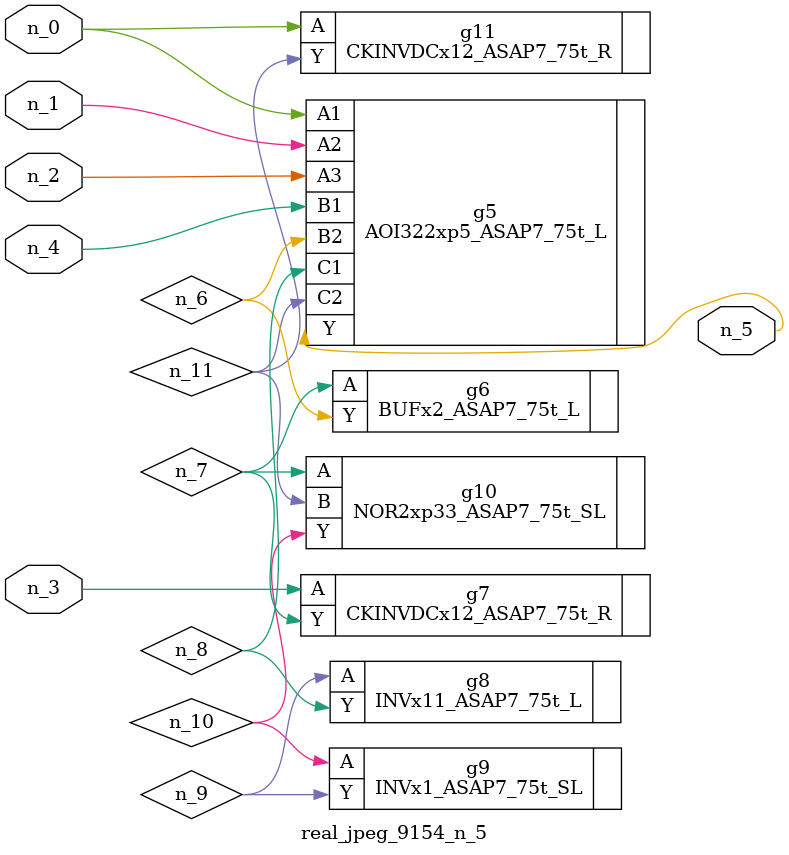
<source format=v>
module real_jpeg_9154_n_5 (n_4, n_0, n_1, n_2, n_3, n_5);

input n_4;
input n_0;
input n_1;
input n_2;
input n_3;

output n_5;

wire n_8;
wire n_11;
wire n_6;
wire n_7;
wire n_10;
wire n_9;

AOI322xp5_ASAP7_75t_L g5 ( 
.A1(n_0),
.A2(n_1),
.A3(n_2),
.B1(n_4),
.B2(n_6),
.C1(n_8),
.C2(n_11),
.Y(n_5)
);

CKINVDCx12_ASAP7_75t_R g11 ( 
.A(n_0),
.Y(n_11)
);

CKINVDCx12_ASAP7_75t_R g7 ( 
.A(n_3),
.Y(n_7)
);

BUFx2_ASAP7_75t_L g6 ( 
.A(n_7),
.Y(n_6)
);

NOR2xp33_ASAP7_75t_SL g10 ( 
.A(n_7),
.B(n_11),
.Y(n_10)
);

INVx11_ASAP7_75t_L g8 ( 
.A(n_9),
.Y(n_8)
);

INVx1_ASAP7_75t_SL g9 ( 
.A(n_10),
.Y(n_9)
);


endmodule
</source>
